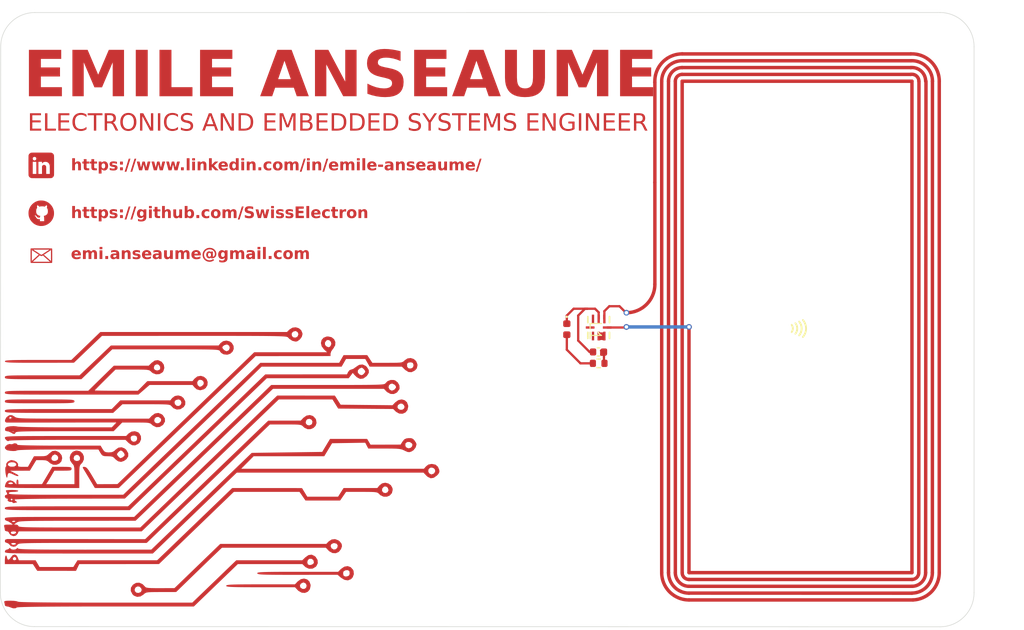
<source format=kicad_pcb>
(kicad_pcb (version 20240108) (generator "pcbnew") (generator_version "8.0")
  (layers (0 "F.Cu" signal) (31 "B.Cu" signal) (34 "B.Paste" user) (35 "F.Paste" user) (36 "B.SilkS" user "B.Silkscreen") (37 "F.SilkS" user "F.Silkscreen") (38 "B.Mask" user) (39 "F.Mask" user) (44 "Edge.Cuts" user))
  (net 0 "")
  (net 1 "Net-(D1-A)")
  (net 2 "Net-(D1-K)")
  (net 3 "Net-(U1-LA)")
  (net 4 "Net-(U1-LB)")
  (net 5 "Net-(U1-VCC)")
  (footprint "Antennas:NFC 2.76 nH" (layer "F.Cu") (at 177.34 63.6 -90)
    (property "Reference" "L1")
    (property "Value" "25x48mm-2.76nH" (hide yes))
  )
  (footprint "Logos:LinkedIn" (layer "F.Cu") (at 123.4 49.4)
    (property "Reference" "G***" (hide yes))
    (property "Value" "LOGO" (hide yes))
  )
  (footprint "Logos:GitHub_Logo" (layer "F.Cu") (at 123.4 53.6)
    (property "Reference" "G***" (hide yes))
    (property "Value" "LOGO" (hide yes))
  )
  (footprint "Resistor_SMD:R_0402_1005Metric" (layer "F.Cu") (at 172.4 66.8)
    (property "Reference" "R1" (hide yes))
    (property "Value" "75" (hide yes))
  )
  (footprint "Capacitor_SMD:C_0402_1005Metric" (layer "F.Cu") (at 172.385041 65.8 180)
    (property "Reference" "C1" (hide yes))
    (property "Value" "220n" (hide yes))
  )
  (footprint "Logos:Email_Logo" (layer "F.Cu") (at 123.4 57.4)
    (property "Reference" "G***" (hide yes))
    (property "Value" "LOGO" (hide yes))
  )
  (footprint "LED_SMD:LED_0402_1005Metric" (layer "F.Cu") (at 169.6 63.8 -90)
    (property "Reference" "D1" (hide yes))
    (property "Value" "GREENLED" (hide yes))
  )
  (footprint "Logos:Circuitry" (layer "F.Cu") (at 161.4 65.4)
    (property "Reference" "G***" (hide yes))
    (property "Value" "LOGO" (hide yes))
  )
  (footprint "Logos:NFC_Logo" (layer "F.Cu") (at 190 64)
    (property "Reference" "G***" (hide yes))
    (property "Value" "LOGO" (hide yes))
  )
  (footprint "Personal:XQFN8_NT3H2111_NXP" (layer "F.Cu") (at 172.4 63.6507 -90)
    (property "Reference" "U1" (hide yes))
    (property "Value" "NT3H2111W0FHK" (hide yes))
  )
  (gr_arc (start 202.4 35.96) (mid 204.52132 36.83868) (end 205.4 38.96) (stroke (width 0.05)) (layer "Edge.Cuts"))
  (gr_line (start 119.836722 38.863736) (end 119.796675 86.945239) (stroke (width 0.05)) (layer "Edge.Cuts"))
  (gr_line (start 202.4 35.96) (end 122.836609 35.963728) (stroke (width 0.05)) (layer "Edge.Cuts"))
  (gr_arc (start 119.836722 38.863736) (mid 120.749439 36.806281) (end 122.836609 35.963728) (stroke (width 0.05)) (layer "Edge.Cuts"))
  (gr_arc (start 205.4 86.96) (mid 204.52132 89.08132) (end 202.4 89.96) (stroke (width 0.05)) (layer "Edge.Cuts"))
  (gr_line (start 205.4 86.96) (end 205.4 38.96) (stroke (width 0.05)) (layer "Edge.Cuts"))
  (gr_line (start 122.796675 89.945239) (end 202.4 89.96) (stroke (width 0.05)) (layer "Edge.Cuts"))
  (gr_arc (start 122.796675 89.945239) (mid 120.675355 89.066559) (end 119.796675 86.945239) (stroke (width 0.05)) (layer "Edge.Cuts"))
  (gr_text "emi.anseaume@gmail.com" (at 126 57.8 0) (layer "F.Cu") (effects (font (size 1 1) (thickness 0.25) (bold yes)) (justify left bottom)))
  (gr_text "https://github.com/SwissElectron" (at 126 54.2 0) (layer "F.Cu") (effects (font (size 1 1) (thickness 0.25) (bold yes)) (justify left bottom)))
  (gr_text "https://www.linkedin.com/in/emile-anseaume/" (at 126 50 0) (layer "F.Cu") (effects (font (size 1 1) (thickness 0.25) (bold yes)) (justify left bottom)))
  (gr_text "ELECTRONICS AND EMBEDDED SYSTEMS ENGINEER" (at 122.2 46.6 0) (layer "F.Cu") (effects (font (size 1.5 1.5)) (justify left bottom)))
  (gr_text "EMILE ANSEAUME" (at 121.8 44 0) (layer "F.Cu") (effects (font (size 4 4) (thickness 1) (bold yes)) (justify left bottom)))
  (segment (start 169.6 65.6) (end 169.6 64.285) (width 0.2) (layer "F.Cu") (net 1))
  (segment (start 170.8 66.8) (end 169.6 65.6) (width 0.2) (layer "F.Cu") (net 1))
  (segment (start 171.89 66.8) (end 170.8 66.8) (width 0.2) (layer "F.Cu") (net 1))
  (segment (start 169.6 62.6) (end 170.2 62) (width 0.2) (layer "F.Cu") (net 2))
  (segment (start 172.4 62.318926) (end 172.4 62.9014) (width 0.2) (layer "F.Cu") (net 2))
  (segment (start 170.6 64.8) (end 170.6 62.6) (width 0.2) (layer "F.Cu") (net 2))
  (segment (start 171.905041 65.8) (end 171.6 65.8) (width 0.2) (layer "F.Cu") (net 2))
  (segment (start 169.6 63.315) (end 169.6 62.6) (width 0.2) (layer "F.Cu") (net 2))
  (segment (start 170.2 62) (end 171.4 62) (width 0.2) (layer "F.Cu") (net 2))
  (segment (start 171.2 62) (end 171.4 62) (width 0.2) (layer "F.Cu") (net 2))
  (segment (start 171.4 62) (end 172.081074 62) (width 0.2) (layer "F.Cu") (net 2))
  (segment (start 172.081074 62) (end 172.4 62.318926) (width 0.2) (layer "F.Cu") (net 2))
  (segment (start 171.6 65.8) (end 170.6 64.8) (width 0.2) (layer "F.Cu") (net 2))
  (segment (start 170.6 62.6) (end 171.2 62) (width 0.2) (layer "F.Cu") (net 2))
  (segment (start 173.333898 61.780988) (end 174.228836 61.780988) (width 0.2) (layer "F.Cu") (net 3))
  (segment (start 174.228836 61.780988) (end 174.821997 62.374149) (width 0.2) (layer "F.Cu") (net 3))
  (segment (start 172.900126 62.9014) (end 172.900126 62.21476) (width 0.2) (layer "F.Cu") (net 3))
  (segment (start 172.900126 62.21476) (end 173.333898 61.780988) (width 0.2) (layer "F.Cu") (net 3))
  (segment (start 174.84 63.6) (end 174.7893 63.6507) (width 0.2) (layer "F.Cu") (net 4))
  (segment (start 174.7893 63.6507) (end 173.1493 63.6507) (width 0.2) (layer "F.Cu") (net 4))
  (segment (start 172.865041 66.755041) (end 172.91 66.8) (width 0.2) (layer "F.Cu") (net 5))
  (segment (start 172.865041 65.8) (end 172.865041 66.755041) (width 0.2) (layer "F.Cu") (net 5))
  (zone (net 5) (net_name "Net-(U1-VCC)") (layer "F.Cu") (connect_pads yes (clearance 0.15)) (min_thickness 0.2) (fill yes (thermal_gap 0.5) (thermal_bridge_width 0.5) (island_removal_mode 1) (island_area_min 10))
    (polygon (pts (xy 173.086682 64.08013) (xy 172.303811 64.08013) (xy 172.299438 65.3266) (xy 172.526864 65.755211) (xy 172.518117 66.148013) (xy 173.091056 66.139266) (xy 173.091056 64.088877)))
  )
  (zone (net 0) (net_name "") (layers "F&B.Cu") (name "KEEPOUT") (connect_pads (clearance 0)) (min_thickness 0.25)
    (keepout (tracks not_allowed) (vias not_allowed) (pads not_allowed) (copperpour not_allowed) (footprints allowed))
    (fill (thermal_gap 0.5) (thermal_bridge_width 0.5))
    (polygon (pts (xy 175.4 36.06) (xy 175.6 90.06) (xy 208.4 90.26) (xy 209.8 34.86) (xy 176.8 36.06)))
  )
)
</source>
